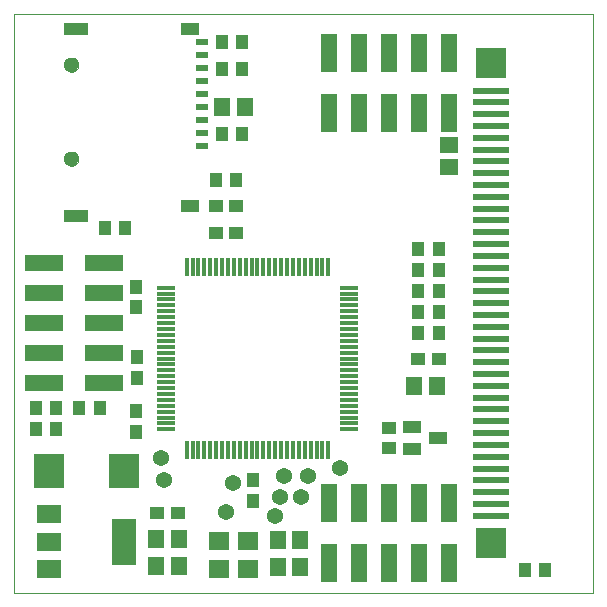
<source format=gts>
G75*
G70*
%OFA0B0*%
%FSLAX24Y24*%
%IPPOS*%
%LPD*%
%AMOC8*
5,1,8,0,0,1.08239X$1,22.5*
%
%ADD10C,0.0000*%
%ADD11R,0.0146X0.0631*%
%ADD12R,0.0631X0.0146*%
%ADD13R,0.0552X0.0631*%
%ADD14R,0.0473X0.0434*%
%ADD15R,0.0434X0.0473*%
%ADD16R,0.0827X0.0631*%
%ADD17R,0.0827X0.1536*%
%ADD18C,0.0512*%
%ADD19R,0.0827X0.0434*%
%ADD20R,0.0631X0.0434*%
%ADD21R,0.0434X0.0237*%
%ADD22R,0.1240X0.0237*%
%ADD23R,0.1040X0.1040*%
%ADD24R,0.0591X0.0434*%
%ADD25R,0.0985X0.1142*%
%ADD26R,0.1253X0.0540*%
%ADD27R,0.0540X0.1253*%
%ADD28R,0.0670X0.0631*%
%ADD29R,0.0631X0.0552*%
%ADD30C,0.0540*%
D10*
X000980Y000980D02*
X000980Y020271D01*
X020271Y020271D01*
X020271Y000980D01*
X000980Y000980D01*
X002638Y015441D02*
X002640Y015471D01*
X002646Y015501D01*
X002655Y015530D01*
X002668Y015557D01*
X002685Y015582D01*
X002704Y015605D01*
X002727Y015626D01*
X002752Y015643D01*
X002778Y015657D01*
X002807Y015667D01*
X002836Y015674D01*
X002866Y015677D01*
X002897Y015676D01*
X002927Y015671D01*
X002956Y015662D01*
X002983Y015650D01*
X003009Y015635D01*
X003033Y015616D01*
X003054Y015594D01*
X003072Y015570D01*
X003087Y015543D01*
X003098Y015515D01*
X003106Y015486D01*
X003110Y015456D01*
X003110Y015426D01*
X003106Y015396D01*
X003098Y015367D01*
X003087Y015339D01*
X003072Y015312D01*
X003054Y015288D01*
X003033Y015266D01*
X003009Y015247D01*
X002983Y015232D01*
X002956Y015220D01*
X002927Y015211D01*
X002897Y015206D01*
X002866Y015205D01*
X002836Y015208D01*
X002807Y015215D01*
X002778Y015225D01*
X002752Y015239D01*
X002727Y015256D01*
X002704Y015277D01*
X002685Y015300D01*
X002668Y015325D01*
X002655Y015352D01*
X002646Y015381D01*
X002640Y015411D01*
X002638Y015441D01*
X002638Y018574D02*
X002640Y018604D01*
X002646Y018634D01*
X002655Y018663D01*
X002668Y018690D01*
X002685Y018715D01*
X002704Y018738D01*
X002727Y018759D01*
X002752Y018776D01*
X002778Y018790D01*
X002807Y018800D01*
X002836Y018807D01*
X002866Y018810D01*
X002897Y018809D01*
X002927Y018804D01*
X002956Y018795D01*
X002983Y018783D01*
X003009Y018768D01*
X003033Y018749D01*
X003054Y018727D01*
X003072Y018703D01*
X003087Y018676D01*
X003098Y018648D01*
X003106Y018619D01*
X003110Y018589D01*
X003110Y018559D01*
X003106Y018529D01*
X003098Y018500D01*
X003087Y018472D01*
X003072Y018445D01*
X003054Y018421D01*
X003033Y018399D01*
X003009Y018380D01*
X002983Y018365D01*
X002956Y018353D01*
X002927Y018344D01*
X002897Y018339D01*
X002866Y018338D01*
X002836Y018341D01*
X002807Y018348D01*
X002778Y018358D01*
X002752Y018372D01*
X002727Y018389D01*
X002704Y018410D01*
X002685Y018433D01*
X002668Y018458D01*
X002655Y018485D01*
X002646Y018514D01*
X002640Y018544D01*
X002638Y018574D01*
D11*
X006718Y011831D03*
X006915Y011831D03*
X007111Y011831D03*
X007308Y011831D03*
X007505Y011831D03*
X007702Y011831D03*
X007899Y011831D03*
X008096Y011831D03*
X008293Y011831D03*
X008489Y011831D03*
X008686Y011831D03*
X008883Y011831D03*
X009080Y011831D03*
X009277Y011831D03*
X009474Y011831D03*
X009671Y011831D03*
X009867Y011831D03*
X010064Y011831D03*
X010261Y011831D03*
X010458Y011831D03*
X010655Y011831D03*
X010852Y011831D03*
X011049Y011831D03*
X011245Y011831D03*
X011442Y011831D03*
X011442Y005729D03*
X011245Y005729D03*
X011049Y005729D03*
X010852Y005729D03*
X010655Y005729D03*
X010458Y005729D03*
X010261Y005729D03*
X010064Y005729D03*
X009867Y005729D03*
X009671Y005729D03*
X009474Y005729D03*
X009277Y005729D03*
X009080Y005729D03*
X008883Y005729D03*
X008686Y005729D03*
X008489Y005729D03*
X008293Y005729D03*
X008096Y005729D03*
X007899Y005729D03*
X007702Y005729D03*
X007505Y005729D03*
X007308Y005729D03*
X007111Y005729D03*
X006915Y005729D03*
X006718Y005729D03*
D12*
X006029Y006418D03*
X006029Y006615D03*
X006029Y006811D03*
X006029Y007008D03*
X006029Y007205D03*
X006029Y007402D03*
X006029Y007599D03*
X006029Y007796D03*
X006029Y007993D03*
X006029Y008189D03*
X006029Y008386D03*
X006029Y008583D03*
X006029Y008780D03*
X006029Y008977D03*
X006029Y009174D03*
X006029Y009371D03*
X006029Y009567D03*
X006029Y009764D03*
X006029Y009961D03*
X006029Y010158D03*
X006029Y010355D03*
X006029Y010552D03*
X006029Y010749D03*
X006029Y010945D03*
X006029Y011142D03*
X012131Y011142D03*
X012131Y010945D03*
X012131Y010749D03*
X012131Y010552D03*
X012131Y010355D03*
X012131Y010158D03*
X012131Y009961D03*
X012131Y009764D03*
X012131Y009567D03*
X012131Y009371D03*
X012131Y009174D03*
X012131Y008977D03*
X012131Y008780D03*
X012131Y008583D03*
X012131Y008386D03*
X012131Y008189D03*
X012131Y007993D03*
X012131Y007796D03*
X012131Y007599D03*
X012131Y007402D03*
X012131Y007205D03*
X012131Y007008D03*
X012131Y006811D03*
X012131Y006615D03*
X012131Y006418D03*
D13*
X014306Y007880D03*
X015054Y007880D03*
X010504Y002730D03*
X009756Y002730D03*
X009756Y001830D03*
X010504Y001830D03*
X006454Y001880D03*
X005706Y001880D03*
X005706Y002780D03*
X006454Y002780D03*
X007906Y017180D03*
X008654Y017180D03*
D14*
X008365Y013880D03*
X007695Y013880D03*
X007695Y012980D03*
X008365Y012980D03*
X014445Y008780D03*
X015115Y008780D03*
X013480Y006465D03*
X013480Y005795D03*
X006415Y003630D03*
X005745Y003630D03*
D15*
X005030Y006345D03*
X005030Y007015D03*
X005080Y008145D03*
X005080Y008815D03*
X005030Y010495D03*
X005030Y011165D03*
X004665Y013130D03*
X003995Y013130D03*
X007695Y014730D03*
X008365Y014730D03*
X008565Y016280D03*
X007895Y016280D03*
X007895Y018430D03*
X008565Y018430D03*
X008565Y019330D03*
X007895Y019330D03*
X014445Y012430D03*
X015115Y012430D03*
X015115Y011730D03*
X014445Y011730D03*
X014445Y011030D03*
X015115Y011030D03*
X015115Y010330D03*
X014445Y010330D03*
X014445Y009630D03*
X015115Y009630D03*
X008930Y004715D03*
X008930Y004045D03*
X003815Y007130D03*
X003145Y007130D03*
X002365Y007130D03*
X002365Y006430D03*
X001695Y006430D03*
X001695Y007130D03*
X017995Y001730D03*
X018665Y001730D03*
D16*
X002140Y001774D03*
X002140Y002680D03*
X002140Y003586D03*
D17*
X004620Y002680D03*
D18*
X002874Y015441D03*
X002874Y018574D03*
D19*
X003030Y019780D03*
X003030Y013530D03*
D20*
X006830Y013880D03*
X006830Y019780D03*
D21*
X007230Y019330D03*
X007230Y018910D03*
X007230Y018470D03*
X007230Y018030D03*
X007230Y017590D03*
X007230Y017160D03*
X007230Y016720D03*
X007230Y016290D03*
X007230Y015850D03*
D22*
X016880Y015744D03*
X016880Y016137D03*
X016880Y016531D03*
X016880Y016925D03*
X016880Y017319D03*
X016880Y017712D03*
X016880Y015350D03*
X016880Y014956D03*
X016880Y014563D03*
X016880Y014169D03*
X016880Y013775D03*
X016880Y013382D03*
X016880Y012988D03*
X016880Y012594D03*
X016880Y012200D03*
X016880Y011807D03*
X016880Y011413D03*
X016880Y011019D03*
X016880Y010626D03*
X016880Y010232D03*
X016880Y009838D03*
X016880Y009445D03*
X016880Y009051D03*
X016880Y008657D03*
X016880Y008263D03*
X016880Y007870D03*
X016880Y007476D03*
X016880Y007082D03*
X016880Y006689D03*
X016880Y006295D03*
X016880Y005901D03*
X016880Y005508D03*
X016880Y005114D03*
X016880Y004720D03*
X016880Y004326D03*
X016880Y003933D03*
X016880Y003539D03*
D23*
X016880Y002626D03*
X016880Y018626D03*
D24*
X014247Y006504D03*
X014247Y005756D03*
X015113Y006130D03*
D25*
X004620Y005030D03*
X002140Y005030D03*
D26*
X001980Y007980D03*
X001980Y008980D03*
X001980Y009980D03*
X001980Y010980D03*
X001980Y011980D03*
X003980Y011980D03*
X003980Y010980D03*
X003980Y009980D03*
X003980Y008980D03*
X003980Y007980D03*
D27*
X011480Y003980D03*
X012480Y003980D03*
X013480Y003980D03*
X014480Y003980D03*
X015480Y003980D03*
X015480Y001980D03*
X014480Y001980D03*
X013480Y001980D03*
X012480Y001980D03*
X011480Y001980D03*
X011480Y016980D03*
X012480Y016980D03*
X013480Y016980D03*
X014480Y016980D03*
X015480Y016980D03*
X015480Y018980D03*
X014480Y018980D03*
X013480Y018980D03*
X012480Y018980D03*
X011480Y018980D03*
D28*
X008772Y002683D03*
X008772Y001777D03*
X007788Y001777D03*
X007788Y002683D03*
D29*
X015480Y015156D03*
X015480Y015904D03*
D30*
X005880Y005480D03*
X005980Y004730D03*
X008030Y003680D03*
X008280Y004630D03*
X009680Y003530D03*
X009830Y004180D03*
X010530Y004180D03*
X010780Y004880D03*
X009980Y004880D03*
X011830Y005130D03*
M02*

</source>
